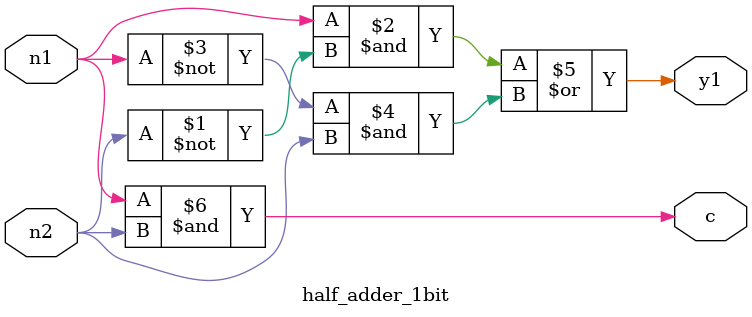
<source format=v>
/* ----- ----- ----- ----- ----- -----
	Design: 1bit half-adder
 	Filename: half_adder_1bit.v
	Coder: Gabriel Maruschi
 	Versions: /july_2024/
	----- ----- ----- ----- ----- -----
*/ 

module half_adder_1bit (y1, c, n1, n2);
output y1, c;
input n1, n2;

assign y1 = (n1 & (~n2)) | ((~n1) & n2);
assign c = n1 & n2;
endmodule
</source>
